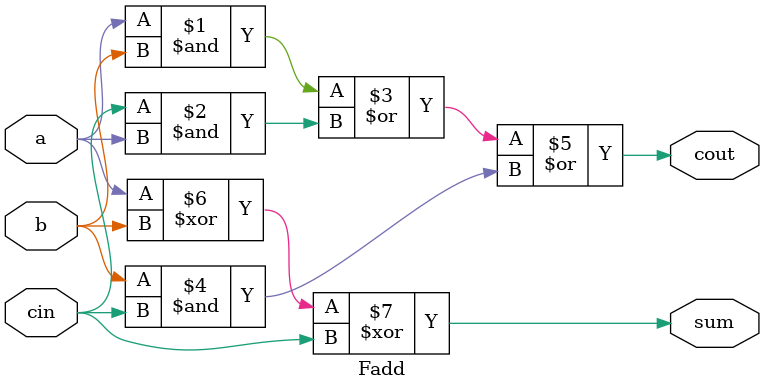
<source format=v>
module Fadd(a,b,cin,cout,sum);
input wire a,b,cin;
output wire cout,sum;

assign cout=(a&b)|(cin&a)|(b&cin);
assign sum=a^b^cin;

endmodule

</source>
